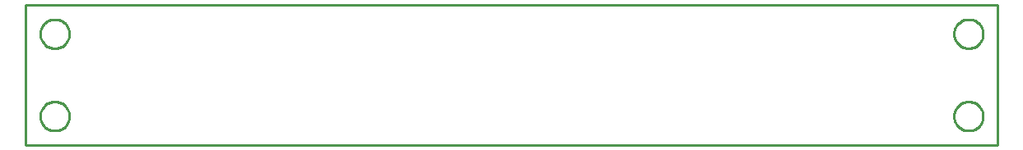
<source format=gbr>
G04 EAGLE Gerber RS-274X export*
G75*
%MOMM*%
%FSLAX34Y34*%
%LPD*%
%IN*%
%IPPOS*%
%AMOC8*
5,1,8,0,0,1.08239X$1,22.5*%
G01*
%ADD10C,0.254000*%


D10*
X0Y0D02*
X1000000Y0D01*
X1000000Y145000D01*
X0Y145000D01*
X0Y0D01*
X45000Y114464D02*
X44924Y113396D01*
X44771Y112335D01*
X44543Y111288D01*
X44241Y110260D01*
X43867Y109256D01*
X43422Y108281D01*
X42908Y107341D01*
X42329Y106440D01*
X41687Y105582D01*
X40985Y104772D01*
X40228Y104015D01*
X39418Y103313D01*
X38560Y102671D01*
X37659Y102092D01*
X36719Y101578D01*
X35744Y101133D01*
X34740Y100759D01*
X33712Y100457D01*
X32665Y100229D01*
X31604Y100076D01*
X30536Y100000D01*
X29464Y100000D01*
X28396Y100076D01*
X27335Y100229D01*
X26288Y100457D01*
X25260Y100759D01*
X24256Y101133D01*
X23281Y101578D01*
X22341Y102092D01*
X21440Y102671D01*
X20582Y103313D01*
X19772Y104015D01*
X19015Y104772D01*
X18313Y105582D01*
X17671Y106440D01*
X17092Y107341D01*
X16578Y108281D01*
X16133Y109256D01*
X15759Y110260D01*
X15457Y111288D01*
X15229Y112335D01*
X15076Y113396D01*
X15000Y114464D01*
X15000Y115536D01*
X15076Y116604D01*
X15229Y117665D01*
X15457Y118712D01*
X15759Y119740D01*
X16133Y120744D01*
X16578Y121719D01*
X17092Y122659D01*
X17671Y123560D01*
X18313Y124418D01*
X19015Y125228D01*
X19772Y125985D01*
X20582Y126687D01*
X21440Y127329D01*
X22341Y127908D01*
X23281Y128422D01*
X24256Y128867D01*
X25260Y129241D01*
X26288Y129543D01*
X27335Y129771D01*
X28396Y129924D01*
X29464Y130000D01*
X30536Y130000D01*
X31604Y129924D01*
X32665Y129771D01*
X33712Y129543D01*
X34740Y129241D01*
X35744Y128867D01*
X36719Y128422D01*
X37659Y127908D01*
X38560Y127329D01*
X39418Y126687D01*
X40228Y125985D01*
X40985Y125228D01*
X41687Y124418D01*
X42329Y123560D01*
X42908Y122659D01*
X43422Y121719D01*
X43867Y120744D01*
X44241Y119740D01*
X44543Y118712D01*
X44771Y117665D01*
X44924Y116604D01*
X45000Y115536D01*
X45000Y114464D01*
X45000Y29464D02*
X44924Y28396D01*
X44771Y27335D01*
X44543Y26288D01*
X44241Y25260D01*
X43867Y24256D01*
X43422Y23281D01*
X42908Y22341D01*
X42329Y21440D01*
X41687Y20582D01*
X40985Y19772D01*
X40228Y19015D01*
X39418Y18313D01*
X38560Y17671D01*
X37659Y17092D01*
X36719Y16578D01*
X35744Y16133D01*
X34740Y15759D01*
X33712Y15457D01*
X32665Y15229D01*
X31604Y15076D01*
X30536Y15000D01*
X29464Y15000D01*
X28396Y15076D01*
X27335Y15229D01*
X26288Y15457D01*
X25260Y15759D01*
X24256Y16133D01*
X23281Y16578D01*
X22341Y17092D01*
X21440Y17671D01*
X20582Y18313D01*
X19772Y19015D01*
X19015Y19772D01*
X18313Y20582D01*
X17671Y21440D01*
X17092Y22341D01*
X16578Y23281D01*
X16133Y24256D01*
X15759Y25260D01*
X15457Y26288D01*
X15229Y27335D01*
X15076Y28396D01*
X15000Y29464D01*
X15000Y30536D01*
X15076Y31604D01*
X15229Y32665D01*
X15457Y33712D01*
X15759Y34740D01*
X16133Y35744D01*
X16578Y36719D01*
X17092Y37659D01*
X17671Y38560D01*
X18313Y39418D01*
X19015Y40228D01*
X19772Y40985D01*
X20582Y41687D01*
X21440Y42329D01*
X22341Y42908D01*
X23281Y43422D01*
X24256Y43867D01*
X25260Y44241D01*
X26288Y44543D01*
X27335Y44771D01*
X28396Y44924D01*
X29464Y45000D01*
X30536Y45000D01*
X31604Y44924D01*
X32665Y44771D01*
X33712Y44543D01*
X34740Y44241D01*
X35744Y43867D01*
X36719Y43422D01*
X37659Y42908D01*
X38560Y42329D01*
X39418Y41687D01*
X40228Y40985D01*
X40985Y40228D01*
X41687Y39418D01*
X42329Y38560D01*
X42908Y37659D01*
X43422Y36719D01*
X43867Y35744D01*
X44241Y34740D01*
X44543Y33712D01*
X44771Y32665D01*
X44924Y31604D01*
X45000Y30536D01*
X45000Y29464D01*
X985000Y114464D02*
X984924Y113396D01*
X984771Y112335D01*
X984543Y111288D01*
X984241Y110260D01*
X983867Y109256D01*
X983422Y108281D01*
X982908Y107341D01*
X982329Y106440D01*
X981687Y105582D01*
X980985Y104772D01*
X980228Y104015D01*
X979418Y103313D01*
X978560Y102671D01*
X977659Y102092D01*
X976719Y101578D01*
X975744Y101133D01*
X974740Y100759D01*
X973712Y100457D01*
X972665Y100229D01*
X971604Y100076D01*
X970536Y100000D01*
X969464Y100000D01*
X968396Y100076D01*
X967335Y100229D01*
X966288Y100457D01*
X965260Y100759D01*
X964256Y101133D01*
X963281Y101578D01*
X962341Y102092D01*
X961440Y102671D01*
X960582Y103313D01*
X959772Y104015D01*
X959015Y104772D01*
X958313Y105582D01*
X957671Y106440D01*
X957092Y107341D01*
X956578Y108281D01*
X956133Y109256D01*
X955759Y110260D01*
X955457Y111288D01*
X955229Y112335D01*
X955076Y113396D01*
X955000Y114464D01*
X955000Y115536D01*
X955076Y116604D01*
X955229Y117665D01*
X955457Y118712D01*
X955759Y119740D01*
X956133Y120744D01*
X956578Y121719D01*
X957092Y122659D01*
X957671Y123560D01*
X958313Y124418D01*
X959015Y125228D01*
X959772Y125985D01*
X960582Y126687D01*
X961440Y127329D01*
X962341Y127908D01*
X963281Y128422D01*
X964256Y128867D01*
X965260Y129241D01*
X966288Y129543D01*
X967335Y129771D01*
X968396Y129924D01*
X969464Y130000D01*
X970536Y130000D01*
X971604Y129924D01*
X972665Y129771D01*
X973712Y129543D01*
X974740Y129241D01*
X975744Y128867D01*
X976719Y128422D01*
X977659Y127908D01*
X978560Y127329D01*
X979418Y126687D01*
X980228Y125985D01*
X980985Y125228D01*
X981687Y124418D01*
X982329Y123560D01*
X982908Y122659D01*
X983422Y121719D01*
X983867Y120744D01*
X984241Y119740D01*
X984543Y118712D01*
X984771Y117665D01*
X984924Y116604D01*
X985000Y115536D01*
X985000Y114464D01*
X985000Y29464D02*
X984924Y28396D01*
X984771Y27335D01*
X984543Y26288D01*
X984241Y25260D01*
X983867Y24256D01*
X983422Y23281D01*
X982908Y22341D01*
X982329Y21440D01*
X981687Y20582D01*
X980985Y19772D01*
X980228Y19015D01*
X979418Y18313D01*
X978560Y17671D01*
X977659Y17092D01*
X976719Y16578D01*
X975744Y16133D01*
X974740Y15759D01*
X973712Y15457D01*
X972665Y15229D01*
X971604Y15076D01*
X970536Y15000D01*
X969464Y15000D01*
X968396Y15076D01*
X967335Y15229D01*
X966288Y15457D01*
X965260Y15759D01*
X964256Y16133D01*
X963281Y16578D01*
X962341Y17092D01*
X961440Y17671D01*
X960582Y18313D01*
X959772Y19015D01*
X959015Y19772D01*
X958313Y20582D01*
X957671Y21440D01*
X957092Y22341D01*
X956578Y23281D01*
X956133Y24256D01*
X955759Y25260D01*
X955457Y26288D01*
X955229Y27335D01*
X955076Y28396D01*
X955000Y29464D01*
X955000Y30536D01*
X955076Y31604D01*
X955229Y32665D01*
X955457Y33712D01*
X955759Y34740D01*
X956133Y35744D01*
X956578Y36719D01*
X957092Y37659D01*
X957671Y38560D01*
X958313Y39418D01*
X959015Y40228D01*
X959772Y40985D01*
X960582Y41687D01*
X961440Y42329D01*
X962341Y42908D01*
X963281Y43422D01*
X964256Y43867D01*
X965260Y44241D01*
X966288Y44543D01*
X967335Y44771D01*
X968396Y44924D01*
X969464Y45000D01*
X970536Y45000D01*
X971604Y44924D01*
X972665Y44771D01*
X973712Y44543D01*
X974740Y44241D01*
X975744Y43867D01*
X976719Y43422D01*
X977659Y42908D01*
X978560Y42329D01*
X979418Y41687D01*
X980228Y40985D01*
X980985Y40228D01*
X981687Y39418D01*
X982329Y38560D01*
X982908Y37659D01*
X983422Y36719D01*
X983867Y35744D01*
X984241Y34740D01*
X984543Y33712D01*
X984771Y32665D01*
X984924Y31604D01*
X985000Y30536D01*
X985000Y29464D01*
M02*

</source>
